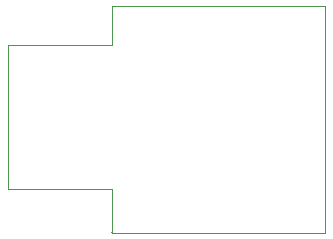
<source format=gbr>
%TF.GenerationSoftware,KiCad,Pcbnew,8.0.8+dfsg-1*%
%TF.CreationDate,2025-02-13T13:44:33+01:00*%
%TF.ProjectId,DigiKitkat,44696769-4b69-4746-9b61-742e6b696361,rev?*%
%TF.SameCoordinates,Original*%
%TF.FileFunction,Profile,NP*%
%FSLAX46Y46*%
G04 Gerber Fmt 4.6, Leading zero omitted, Abs format (unit mm)*
G04 Created by KiCad (PCBNEW 8.0.8+dfsg-1) date 2025-02-13 13:44:33*
%MOMM*%
%LPD*%
G01*
G04 APERTURE LIST*
%TA.AperFunction,Profile*%
%ADD10C,0.050000*%
%TD*%
G04 APERTURE END LIST*
D10*
X161925800Y-114568300D02*
G75*
G02*
X161875800Y-114618300I-50000J0D01*
G01*
X161875800Y-114618300D02*
X143897400Y-114618300D01*
X143897400Y-114618300D02*
G75*
G02*
X143847400Y-114568300I0J50000D01*
G01*
X143847400Y-114568300D02*
X143847400Y-110927300D01*
X143847400Y-110927300D02*
X135126400Y-110927300D01*
X135126400Y-110927300D02*
G75*
G02*
X135076400Y-110877300I0J50000D01*
G01*
X135076400Y-110877300D02*
X135076400Y-98772600D01*
X135076400Y-98772600D02*
G75*
G02*
X135126400Y-98722600I50000J0D01*
G01*
X135126400Y-98722600D02*
X143887100Y-98722600D01*
X143887100Y-98722600D02*
X143887100Y-95438900D01*
X143887100Y-95438900D02*
G75*
G02*
X143937100Y-95388900I50000J0D01*
G01*
X143937100Y-95388900D02*
X161875800Y-95388900D01*
X161875800Y-95388900D02*
G75*
G02*
X161925800Y-95438900I0J-50000D01*
G01*
X161925800Y-95438900D02*
X161925800Y-114568300D01*
M02*

</source>
